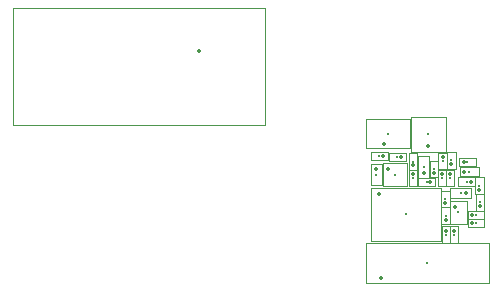
<source format=gbr>
%TF.GenerationSoftware,KiCad,Pcbnew,(7.0.0)*%
%TF.CreationDate,2023-03-09T15:34:52-05:00*%
%TF.ProjectId,headstage-neuropix2e,68656164-7374-4616-9765-2d6e6575726f,A*%
%TF.SameCoordinates,Original*%
%TF.FileFunction,Component,L1,Top*%
%TF.FilePolarity,Positive*%
%FSLAX46Y46*%
G04 Gerber Fmt 4.6, Leading zero omitted, Abs format (unit mm)*
G04 Created by KiCad (PCBNEW (7.0.0)) date 2023-03-09 15:34:52*
%MOMM*%
%LPD*%
G01*
G04 APERTURE LIST*
%TA.AperFunction,ComponentMain*%
%ADD10C,0.300000*%
%TD*%
%TA.AperFunction,ComponentOutline,Courtyard*%
%ADD11C,0.100000*%
%TD*%
%TA.AperFunction,ComponentPin*%
%ADD12P,0.360000X4X0.000000*%
%TD*%
%TA.AperFunction,ComponentPin*%
%ADD13C,0.000000*%
%TD*%
G04 APERTURE END LIST*
D10*
%TO.C,"J2"*%
%TO.CFtp,"KYOCERA_046844727002846+"*%
%TO.CVal,"2013496-9"*%
%TO.CLbN,"jonnew"*%
%TO.CMnt,SMD*%
%TO.CRot,0*%
X142425000Y-94400000D03*
D11*
X147624999Y-96125399D02*
X137225001Y-96125399D01*
X137225001Y-92700001D01*
X147624999Y-92700001D01*
X147624999Y-96125399D01*
D12*
%TO.P,"J2","1","Pin_1"*%
X138525000Y-95635000D03*
D13*
%TO.P,"J2","2","Pin_2"*%
X138825000Y-93165000D03*
%TO.P,"J2","3","Pin_3"*%
X139125000Y-95635000D03*
%TO.P,"J2","4","Pin_4"*%
X139425000Y-93165000D03*
%TO.P,"J2","5","Pin_5"*%
X139725000Y-95635000D03*
%TO.P,"J2","6","Pin_6"*%
X140025000Y-93165000D03*
%TO.P,"J2","7","Pin_7"*%
X140325000Y-95635000D03*
%TO.P,"J2","8","Pin_8"*%
X140625000Y-93165000D03*
%TO.P,"J2","9","Pin_9"*%
X140925000Y-95635000D03*
%TO.P,"J2","10","Pin_10"*%
X141225000Y-93165000D03*
%TO.P,"J2","11","Pin_11"*%
X141525000Y-95635000D03*
%TO.P,"J2","12","Pin_12"*%
X141825000Y-93165000D03*
%TO.P,"J2","13","Pin_13"*%
X142125000Y-95635000D03*
%TO.P,"J2","14","Pin_14"*%
X142425000Y-93165000D03*
%TO.P,"J2","15","Pin_15"*%
X142725000Y-95635000D03*
%TO.P,"J2","16","Pin_16"*%
X143025000Y-93165000D03*
%TO.P,"J2","17","Pin_17"*%
X143325000Y-95635000D03*
%TO.P,"J2","18","Pin_18"*%
X143625000Y-93165000D03*
%TO.P,"J2","19","Pin_19"*%
X143925000Y-95635000D03*
%TO.P,"J2","20","Pin_20"*%
X144225000Y-93165000D03*
%TO.P,"J2","21","Pin_21"*%
X144525000Y-95635000D03*
%TO.P,"J2","22","Pin_22"*%
X144825000Y-93165000D03*
%TO.P,"J2","23","Pin_23"*%
X145125000Y-95635000D03*
%TO.P,"J2","24","Pin_24"*%
X145425000Y-93165000D03*
%TO.P,"J2","25","Pin_25"*%
X145725000Y-95635000D03*
%TO.P,"J2","26","Pin_26"*%
X146025000Y-93165000D03*
%TO.P,"J2","27","Pin_27"*%
X146325000Y-95635000D03*
%TO.P,"J2","MP","MountPin"*%
X137790000Y-95590000D03*
X147060000Y-95590000D03*
%TD*%
D10*
%TO.C,"R6"*%
%TO.CFtp,"R_0201_0603Metric"*%
%TO.CVal,"10k"*%
%TO.CLbN,"Resistor_SMD"*%
%TO.CMnt,SMD*%
%TO.CRot,-90*%
X141225000Y-87200000D03*
D11*
X141574999Y-87899999D02*
X140875001Y-87899999D01*
X140875001Y-86500001D01*
X141574999Y-86500001D01*
X141574999Y-87899999D01*
D12*
%TO.P,"R6","1"*%
X141225000Y-86880000D03*
D13*
%TO.P,"R6","2"*%
X141225000Y-87520000D03*
%TD*%
D10*
%TO.C,"C13"*%
%TO.CFtp,"C_0201_0603Metric"*%
%TO.CVal,"10nF"*%
%TO.CLbN,"Capacitor_SMD"*%
%TO.CMnt,SMD*%
%TO.CRot,180*%
X142375000Y-87550000D03*
D11*
X143074999Y-87899999D02*
X141675001Y-87899999D01*
X141675001Y-87200001D01*
X143074999Y-87200001D01*
X143074999Y-87899999D01*
D12*
%TO.P,"C13","1"*%
X142695000Y-87550000D03*
D13*
%TO.P,"C13","2"*%
X142055000Y-87550000D03*
%TD*%
D10*
%TO.C,"R3"*%
%TO.CFtp,"R_0201_0603Metric"*%
%TO.CVal,"1k"*%
%TO.CLbN,"Resistor_SMD"*%
%TO.CMnt,SMD*%
%TO.CRot,0*%
X145825000Y-85850000D03*
D11*
X146524999Y-86199999D02*
X145125001Y-86199999D01*
X145125001Y-85500001D01*
X146524999Y-85500001D01*
X146524999Y-86199999D01*
D12*
%TO.P,"R3","1"*%
X145505000Y-85850000D03*
D13*
%TO.P,"R3","2"*%
X146145000Y-85850000D03*
%TD*%
D10*
%TO.C,"J6"*%
%TO.CFtp,"MOLEX_5050700622"*%
%TO.CVal,"050700622"*%
%TO.CLbN,"jonnew"*%
%TO.CMnt,SMD*%
%TO.CRot,0*%
X139085000Y-83430000D03*
D11*
X140934999Y-84629999D02*
X137235001Y-84629999D01*
X137235001Y-82230001D01*
X140934999Y-82230001D01*
X140934999Y-84629999D01*
D12*
%TO.P,"J6","1","Pin_1"*%
X138735000Y-84340000D03*
D13*
%TO.P,"J6","2","Pin_2"*%
X138735000Y-82520000D03*
%TO.P,"J6","3","Pin_3"*%
X139085000Y-84340000D03*
%TO.P,"J6","4","Pin_4"*%
X139085000Y-82520000D03*
%TO.P,"J6","5","Pin_5"*%
X139435000Y-84340000D03*
%TO.P,"J6","6","Pin_6"*%
X139435000Y-82520000D03*
%TO.P,"J6","MP1","MountPin1"*%
X138360000Y-84195000D03*
%TO.P,"J6","MP2","MountPin2"*%
X138360000Y-82665000D03*
%TO.P,"J6","MP3","MountPin3"*%
X139810000Y-84195000D03*
%TO.P,"J6","MP4","MountPin4"*%
X139810000Y-82665000D03*
%TD*%
D10*
%TO.C,"U7"*%
%TO.CFtp,"LGA-28_5.2x3.8mm_P0.5mm"*%
%TO.CVal,"BNO055"*%
%TO.CLbN,"Package_LGA"*%
%TO.CMnt,SMD*%
%TO.CRot,0*%
X140612500Y-90250000D03*
D11*
X143592499Y-92499999D02*
X137632501Y-92499999D01*
X137632501Y-88000001D01*
X143592499Y-88000001D01*
X143592499Y-92499999D01*
D12*
%TO.P,"U7","1","PIN1"*%
X138362500Y-88587500D03*
D13*
%TO.P,"U7","2","GND"*%
X138225000Y-89500000D03*
%TO.P,"U7","3","VDD"*%
X138225000Y-90000000D03*
%TO.P,"U7","4","~{BOOT_LOAD_PIN}"*%
X138225000Y-90500000D03*
%TO.P,"U7","5","PS1"*%
X138225000Y-91000000D03*
%TO.P,"U7","6","PS0"*%
X138362500Y-91912500D03*
%TO.P,"U7","7","PIN7"*%
X138862500Y-91912500D03*
%TO.P,"U7","8","PIN8"*%
X139362500Y-91912500D03*
%TO.P,"U7","9","CAP"*%
X139862500Y-91912500D03*
%TO.P,"U7","10","BL_IND"*%
X140362500Y-91912500D03*
%TO.P,"U7","11","~{RESET}"*%
X140862500Y-91912500D03*
%TO.P,"U7","12","PIN12"*%
X141362500Y-91912500D03*
%TO.P,"U7","13","PIN13"*%
X141862500Y-91912500D03*
%TO.P,"U7","14","INT"*%
X142362500Y-91912500D03*
%TO.P,"U7","15","GNDIO"*%
X142862500Y-91912500D03*
%TO.P,"U7","16","GNDIO"*%
X143000000Y-91000000D03*
%TO.P,"U7","17","COM3"*%
X143000000Y-90500000D03*
%TO.P,"U7","18","COM2"*%
X143000000Y-90000000D03*
%TO.P,"U7","19","COM1"*%
X143000000Y-89500000D03*
%TO.P,"U7","20","COM0"*%
X142862500Y-88587500D03*
%TO.P,"U7","21","PIN21"*%
X142362500Y-88587500D03*
%TO.P,"U7","22","PIN22"*%
X141862500Y-88587500D03*
%TO.P,"U7","23","PIN23"*%
X141362500Y-88587500D03*
%TO.P,"U7","24","PIN24"*%
X140862500Y-88587500D03*
%TO.P,"U7","25","GNDIO"*%
X140362500Y-88587500D03*
%TO.P,"U7","26","XOUT32"*%
X139862500Y-88587500D03*
%TO.P,"U7","27","XIN32"*%
X139362500Y-88587500D03*
%TO.P,"U7","28","VDDIO"*%
X138862500Y-88587500D03*
%TD*%
D10*
%TO.C,"J1"*%
%TO.CFtp,"HIROSE_X.FL-R-SMT-1"*%
%TO.CVal,"X.FL-R-SMT-1(02)"*%
%TO.CLbN,"jonnew"*%
%TO.CMnt,SMD*%
%TO.CRot,0*%
X142525000Y-83500000D03*
D11*
X144024999Y-84999999D02*
X141025001Y-84999999D01*
X141025001Y-82000001D01*
X144024999Y-82000001D01*
X144024999Y-84999999D01*
D12*
%TO.P,"J1","1","In"*%
X142525000Y-84475000D03*
D13*
%TO.P,"J1","2","Ext"*%
X141525000Y-83500000D03*
X142525000Y-82475000D03*
X143525000Y-83500000D03*
%TD*%
D10*
%TO.C,"C15"*%
%TO.CFtp,"C_0402_1005Metric"*%
%TO.CVal,"10uF"*%
%TO.CLbN,"Capacitor_SMD"*%
%TO.CMnt,SMD*%
%TO.CRot,90*%
X142125000Y-86250000D03*
D11*
X142584999Y-87159999D02*
X141665001Y-87159999D01*
X141665001Y-85340001D01*
X142584999Y-85340001D01*
X142584999Y-87159999D01*
D12*
%TO.P,"C15","1"*%
X142125000Y-86730000D03*
D13*
%TO.P,"C15","2"*%
X142125000Y-85770000D03*
%TD*%
D10*
%TO.C,"R1"*%
%TO.CFtp,"R_0201_0603Metric"*%
%TO.CVal,"2k"*%
%TO.CLbN,"Resistor_SMD"*%
%TO.CMnt,SMD*%
%TO.CRot,180*%
X138375000Y-85350000D03*
D11*
X139074999Y-85699999D02*
X137675001Y-85699999D01*
X137675001Y-85000001D01*
X139074999Y-85000001D01*
X139074999Y-85699999D01*
D12*
%TO.P,"R1","1"*%
X138695000Y-85350000D03*
D13*
%TO.P,"R1","2"*%
X138055000Y-85350000D03*
%TD*%
D10*
%TO.C,"C17"*%
%TO.CFtp,"C_0201_0603Metric"*%
%TO.CVal,"0.1uF"*%
%TO.CLbN,"Capacitor_SMD"*%
%TO.CMnt,SMD*%
%TO.CRot,-90*%
X143685000Y-87210000D03*
D11*
X144034999Y-87909999D02*
X143335001Y-87909999D01*
X143335001Y-86510001D01*
X144034999Y-86510001D01*
X144034999Y-87909999D01*
D12*
%TO.P,"C17","1"*%
X143685000Y-86890000D03*
D13*
%TO.P,"C17","2"*%
X143685000Y-87530000D03*
%TD*%
D10*
%TO.C,"C14"*%
%TO.CFtp,"C_0201_0603Metric"*%
%TO.CVal,"0.1uF"*%
%TO.CLbN,"Capacitor_SMD"*%
%TO.CMnt,SMD*%
%TO.CRot,90*%
X142975000Y-86450000D03*
D11*
X143324999Y-87149999D02*
X142625001Y-87149999D01*
X142625001Y-85750001D01*
X143324999Y-85750001D01*
X143324999Y-87149999D01*
D12*
%TO.P,"C14","1"*%
X142975000Y-86770000D03*
D13*
%TO.P,"C14","2"*%
X142975000Y-86130000D03*
%TD*%
D10*
%TO.C,"C22"*%
%TO.CFtp,"C_0201_0603Metric"*%
%TO.CVal,"0.1uF"*%
%TO.CLbN,"Capacitor_SMD"*%
%TO.CMnt,SMD*%
%TO.CRot,90*%
X146875000Y-89250000D03*
D11*
X147224999Y-89949999D02*
X146525001Y-89949999D01*
X146525001Y-88550001D01*
X147224999Y-88550001D01*
X147224999Y-89949999D01*
D12*
%TO.P,"C22","1"*%
X146875000Y-89570000D03*
D13*
%TO.P,"C22","2"*%
X146875000Y-88930000D03*
%TD*%
D10*
%TO.C,"C9"*%
%TO.CFtp,"C_0201_0603Metric"*%
%TO.CVal,"0.1uF"*%
%TO.CLbN,"Capacitor_SMD"*%
%TO.CMnt,SMD*%
%TO.CRot,-90*%
X144725000Y-92000000D03*
D11*
X145074999Y-92699999D02*
X144375001Y-92699999D01*
X144375001Y-91300001D01*
X145074999Y-91300001D01*
X145074999Y-92699999D01*
D12*
%TO.P,"C9","1"*%
X144725000Y-91680000D03*
D13*
%TO.P,"C9","2"*%
X144725000Y-92320000D03*
%TD*%
D10*
%TO.C,"C7"*%
%TO.CFtp,"C_0201_0603Metric"*%
%TO.CVal,"0.1uF"*%
%TO.CLbN,"Capacitor_SMD"*%
%TO.CMnt,SMD*%
%TO.CRot,0*%
X146545000Y-90300000D03*
D11*
X147244999Y-90649999D02*
X145845001Y-90649999D01*
X145845001Y-89950001D01*
X147244999Y-89950001D01*
X147244999Y-90649999D01*
D12*
%TO.P,"C7","1"*%
X146225000Y-90300000D03*
D13*
%TO.P,"C7","2"*%
X146865000Y-90300000D03*
%TD*%
D10*
%TO.C,"C2"*%
%TO.CFtp,"C_0201_0603Metric"*%
%TO.CVal,"1uF"*%
%TO.CLbN,"Capacitor_SMD"*%
%TO.CMnt,SMD*%
%TO.CRot,180*%
X139905000Y-85400000D03*
D11*
X140604999Y-85749999D02*
X139205001Y-85749999D01*
X139205001Y-85050001D01*
X140604999Y-85050001D01*
X140604999Y-85749999D01*
D12*
%TO.P,"C2","1"*%
X140225000Y-85400000D03*
D13*
%TO.P,"C2","2"*%
X139585000Y-85400000D03*
%TD*%
D10*
%TO.C,"U1"*%
%TO.CFtp,"MICROCHIP_TDFN-6-1EP_1.6x1.6mm_P0.5mm_EP0.5x1.4mm"*%
%TO.CVal,"MIC5335-JGYMT"*%
%TO.CLbN,"jonnew"*%
%TO.CMnt,SMD*%
%TO.CRot,0*%
X139725000Y-86900000D03*
D11*
X140724999Y-87899999D02*
X138725001Y-87899999D01*
X138725001Y-85900001D01*
X140724999Y-85900001D01*
X140724999Y-87899999D01*
D12*
%TO.P,"U1","1","VIN"*%
X139075000Y-86400000D03*
D13*
%TO.P,"U1","2","GND"*%
X139075000Y-86900000D03*
%TO.P,"U1","3","EN2"*%
X139075000Y-87400000D03*
%TO.P,"U1","4","EN1"*%
X140375000Y-87400000D03*
%TO.P,"U1","5","VOUT2"*%
X140375000Y-86900000D03*
%TO.P,"U1","6","VOUT1"*%
X140375000Y-86400000D03*
%TO.P,"U1","7","GND"*%
X139725000Y-86900000D03*
%TD*%
D10*
%TO.C,"R10"*%
%TO.CFtp,"R_0201_0603Metric"*%
%TO.CVal,"1k"*%
%TO.CLbN,"Resistor_SMD"*%
%TO.CMnt,SMD*%
%TO.CRot,90*%
X143985000Y-90390000D03*
D11*
X144334999Y-91089999D02*
X143635001Y-91089999D01*
X143635001Y-89690001D01*
X144334999Y-89690001D01*
X144334999Y-91089999D01*
D12*
%TO.P,"R10","1"*%
X143985000Y-90710000D03*
D13*
%TO.P,"R10","2"*%
X143985000Y-90070000D03*
%TD*%
D10*
%TO.C,"L4"*%
%TO.CFtp,"L_0201_0603Metric"*%
%TO.CVal,"BLF03RD501GZED"*%
%TO.CLbN,"Inductor_SMD"*%
%TO.CMnt,SMD*%
%TO.CRot,90*%
X146855000Y-87850000D03*
D11*
X147204999Y-88549999D02*
X146505001Y-88549999D01*
X146505001Y-87150001D01*
X147204999Y-87150001D01*
X147204999Y-88549999D01*
D12*
%TO.P,"L4","1","1"*%
X146855000Y-88170000D03*
D13*
%TO.P,"L4","2","2"*%
X146855000Y-87530000D03*
%TD*%
D10*
%TO.C,"C19"*%
%TO.CFtp,"C_0201_0603Metric"*%
%TO.CVal,"0.1uF"*%
%TO.CLbN,"Capacitor_SMD"*%
%TO.CMnt,SMD*%
%TO.CRot,90*%
X144475000Y-85700000D03*
D11*
X144824999Y-86399999D02*
X144125001Y-86399999D01*
X144125001Y-85000001D01*
X144824999Y-85000001D01*
X144824999Y-86399999D01*
D12*
%TO.P,"C19","1"*%
X144475000Y-86020000D03*
D13*
%TO.P,"C19","2"*%
X144475000Y-85380000D03*
%TD*%
D10*
%TO.C,"C6"*%
%TO.CFtp,"C_0201_0603Metric"*%
%TO.CVal,"10nF"*%
%TO.CLbN,"Capacitor_SMD"*%
%TO.CMnt,SMD*%
%TO.CRot,0*%
X146545000Y-91000000D03*
D11*
X147244999Y-91349999D02*
X145845001Y-91349999D01*
X145845001Y-90650001D01*
X147244999Y-90650001D01*
X147244999Y-91349999D01*
D12*
%TO.P,"C6","1"*%
X146225000Y-91000000D03*
D13*
%TO.P,"C6","2"*%
X146865000Y-91000000D03*
%TD*%
D10*
%TO.C,"C16"*%
%TO.CFtp,"C_0201_0603Metric"*%
%TO.CVal,"10nF"*%
%TO.CLbN,"Capacitor_SMD"*%
%TO.CMnt,SMD*%
%TO.CRot,-90*%
X144385000Y-87210000D03*
D11*
X144734999Y-87909999D02*
X144035001Y-87909999D01*
X144035001Y-86510001D01*
X144734999Y-86510001D01*
X144734999Y-87909999D01*
D12*
%TO.P,"C16","1"*%
X144385000Y-86890000D03*
D13*
%TO.P,"C16","2"*%
X144385000Y-87530000D03*
%TD*%
D10*
%TO.C,"C3"*%
%TO.CFtp,"C_0402_1005Metric"*%
%TO.CVal,"10uF"*%
%TO.CLbN,"Capacitor_SMD"*%
%TO.CMnt,SMD*%
%TO.CRot,-90*%
X138125000Y-86900000D03*
D11*
X138584999Y-87809999D02*
X137665001Y-87809999D01*
X137665001Y-85990001D01*
X138584999Y-85990001D01*
X138584999Y-87809999D01*
D12*
%TO.P,"C3","1"*%
X138125000Y-86420000D03*
D13*
%TO.P,"C3","2"*%
X138125000Y-87380000D03*
%TD*%
D10*
%TO.C,"C1"*%
%TO.CFtp,"C_0201_0603Metric"*%
%TO.CVal,"1uF"*%
%TO.CLbN,"Capacitor_SMD"*%
%TO.CMnt,SMD*%
%TO.CRot,90*%
X141225000Y-85800000D03*
D11*
X141574999Y-86499999D02*
X140875001Y-86499999D01*
X140875001Y-85100001D01*
X141574999Y-85100001D01*
X141574999Y-86499999D01*
D12*
%TO.P,"C1","1"*%
X141225000Y-86120000D03*
D13*
%TO.P,"C1","2"*%
X141225000Y-85480000D03*
%TD*%
D10*
%TO.C,"C8"*%
%TO.CFtp,"C_0201_0603Metric"*%
%TO.CVal,"10nF"*%
%TO.CLbN,"Capacitor_SMD"*%
%TO.CMnt,SMD*%
%TO.CRot,-90*%
X144025000Y-92000000D03*
D11*
X144374999Y-92699999D02*
X143675001Y-92699999D01*
X143675001Y-91300001D01*
X144374999Y-91300001D01*
X144374999Y-92699999D01*
D12*
%TO.P,"C8","1"*%
X144025000Y-91680000D03*
D13*
%TO.P,"C8","2"*%
X144025000Y-92320000D03*
%TD*%
D10*
%TO.C,"C18"*%
%TO.CFtp,"C_0402_1005Metric"*%
%TO.CVal,"10uF"*%
%TO.CLbN,"Capacitor_SMD"*%
%TO.CMnt,SMD*%
%TO.CRot,180*%
X145255000Y-88470000D03*
D11*
X146164999Y-88929999D02*
X144345001Y-88929999D01*
X144345001Y-88010001D01*
X146164999Y-88010001D01*
X146164999Y-88929999D01*
D12*
%TO.P,"C18","1"*%
X145735000Y-88470000D03*
D13*
%TO.P,"C18","2"*%
X144775000Y-88470000D03*
%TD*%
D10*
%TO.C,"R7"*%
%TO.CFtp,"R_0201_0603Metric"*%
%TO.CVal,"49.9"*%
%TO.CLbN,"Resistor_SMD"*%
%TO.CMnt,SMD*%
%TO.CRot,-90*%
X143725000Y-85750000D03*
D11*
X144074999Y-86449999D02*
X143375001Y-86449999D01*
X143375001Y-85050001D01*
X144074999Y-85050001D01*
X144074999Y-86449999D01*
D12*
%TO.P,"R7","1"*%
X143725000Y-85430000D03*
D13*
%TO.P,"R7","2"*%
X143725000Y-86070000D03*
%TD*%
D10*
%TO.C,"J4"*%
%TO.CFtp,"IDC-Header_2x05_P2.54mm_Vertical"*%
%TO.CVal,"SBH11-PBPC-D05-ST-BK"*%
%TO.CLbN,"Connector_IDC"*%
%TO.CMnt,TH*%
%TO.CRot,-90*%
X123080000Y-76447500D03*
D11*
X128679999Y-82667499D02*
X107320001Y-82667499D01*
X107320001Y-72767501D01*
X128679999Y-72767501D01*
X128679999Y-82667499D01*
D12*
%TO.P,"J4","1","Pin_1"*%
X123080000Y-76447500D03*
D13*
%TO.P,"J4","2","Pin_2"*%
X123080000Y-78987500D03*
%TO.P,"J4","3","Pin_3"*%
X120540000Y-76447500D03*
%TO.P,"J4","4","Pin_4"*%
X120540000Y-78987500D03*
%TO.P,"J4","5","Pin_5"*%
X118000000Y-76447500D03*
%TO.P,"J4","6","Pin_6"*%
X118000000Y-78987500D03*
%TO.P,"J4","7","Pin_7"*%
X115460000Y-76447500D03*
%TO.P,"J4","8","Pin_8"*%
X115460000Y-78987500D03*
%TO.P,"J4","9","Pin_9"*%
X112920000Y-76447500D03*
%TO.P,"J4","10","Pin_10"*%
X112920000Y-78987500D03*
%TD*%
D10*
%TO.C,"U4"*%
%TO.CFtp,"TI_YZP0006"*%
%TO.CVal,"TS5A3159AYZPR "*%
%TO.CLbN,"jonnew"*%
%TO.CMnt,SMD*%
%TO.CRot,0*%
X145065000Y-90110000D03*
D11*
X145764999Y-91059999D02*
X144365001Y-91059999D01*
X144365001Y-89160001D01*
X145764999Y-89160001D01*
X145764999Y-91059999D01*
D12*
%TO.P,"U4","A1","NO"*%
X144815000Y-89610000D03*
D13*
%TO.P,"U4","A2","IN"*%
X145315000Y-89610000D03*
%TO.P,"U4","B1","GND"*%
X144815000Y-90110000D03*
%TO.P,"U4","B2","V+"*%
X145315000Y-90110000D03*
%TO.P,"U4","C1","NC"*%
X144815000Y-90610000D03*
%TO.P,"U4","C2","COM"*%
X145315000Y-90610000D03*
%TD*%
D10*
%TO.C,"D1"*%
%TO.CFtp,"ROHM_SML-P11MTT86R"*%
%TO.CVal,"SML-P11UTT86R"*%
%TO.CLbN,"jonnew"*%
%TO.CMnt,SMD*%
%TO.CRot,0*%
X145975000Y-86650000D03*
D11*
X146774999Y-87049999D02*
X145175001Y-87049999D01*
X145175001Y-86250001D01*
X146774999Y-86250001D01*
X146774999Y-87049999D01*
D12*
%TO.P,"D1","1","K"*%
X145525000Y-86650000D03*
D13*
%TO.P,"D1","2","A"*%
X146425000Y-86650000D03*
%TD*%
D10*
%TO.C,"R4"*%
%TO.CFtp,"R_0201_0603Metric"*%
%TO.CVal,"10k"*%
%TO.CLbN,"Resistor_SMD"*%
%TO.CMnt,SMD*%
%TO.CRot,180*%
X145775000Y-87500000D03*
D11*
X146474999Y-87849999D02*
X145075001Y-87849999D01*
X145075001Y-87150001D01*
X146474999Y-87150001D01*
X146474999Y-87849999D01*
D12*
%TO.P,"R4","1"*%
X146095000Y-87500000D03*
D13*
%TO.P,"R4","2"*%
X145455000Y-87500000D03*
%TD*%
D10*
%TO.C,"R9"*%
%TO.CFtp,"R_0201_0603Metric"*%
%TO.CVal,"1k"*%
%TO.CLbN,"Resistor_SMD"*%
%TO.CMnt,SMD*%
%TO.CRot,90*%
X143975000Y-88970000D03*
D11*
X144324999Y-89669999D02*
X143625001Y-89669999D01*
X143625001Y-88270001D01*
X144324999Y-88270001D01*
X144324999Y-89669999D01*
D12*
%TO.P,"R9","1"*%
X143975000Y-89290000D03*
D13*
%TO.P,"R9","2"*%
X143975000Y-88650000D03*
%TD*%
M02*

</source>
